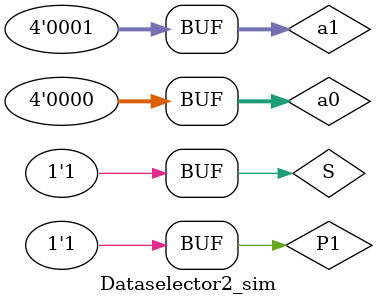
<source format=v>
`timescale 1ns / 1ps


module Dataselector2_sim();
reg [3:0] a0;
reg [3:0] a1;
 reg P1;
 reg S;
 wire [3:0] q;
 Dataselector2 Dataselector2(
.D1_2(a0),.D2_2(a1),
 .P1_2(P1),
 .S_2(S),
 .out1_2(q));
 initial 
 begin
a0 = 4'b0000;
a1 = 4'b0001;
 S=1;
 P1=0;
 #20 P1=1;
end
endmodule

</source>
